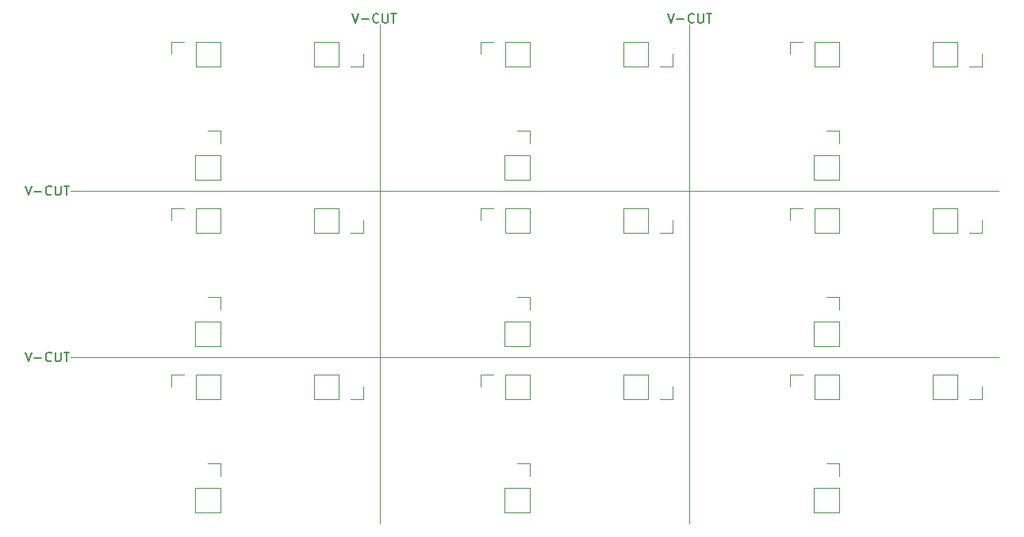
<source format=gbo>
G04 #@! TF.GenerationSoftware,KiCad,Pcbnew,(5.1.6)-1*
G04 #@! TF.CreationDate,2020-06-03T08:19:00+09:00*
G04 #@! TF.ProjectId,XOR___,584f5262-d851-42e6-9b69-6361645f7063,rev?*
G04 #@! TF.SameCoordinates,Original*
G04 #@! TF.FileFunction,Legend,Bot*
G04 #@! TF.FilePolarity,Positive*
%FSLAX46Y46*%
G04 Gerber Fmt 4.6, Leading zero omitted, Abs format (unit mm)*
G04 Created by KiCad (PCBNEW (5.1.6)-1) date 2020-06-03 08:19:00*
%MOMM*%
%LPD*%
G01*
G04 APERTURE LIST*
%ADD10C,0.150000*%
%ADD11C,0.120000*%
G04 APERTURE END LIST*
D10*
X66857857Y-83272380D02*
X67191190Y-84272380D01*
X67524523Y-83272380D01*
X67857857Y-83891428D02*
X68619761Y-83891428D01*
X69667380Y-84177142D02*
X69619761Y-84224761D01*
X69476904Y-84272380D01*
X69381666Y-84272380D01*
X69238809Y-84224761D01*
X69143571Y-84129523D01*
X69095952Y-84034285D01*
X69048333Y-83843809D01*
X69048333Y-83700952D01*
X69095952Y-83510476D01*
X69143571Y-83415238D01*
X69238809Y-83320000D01*
X69381666Y-83272380D01*
X69476904Y-83272380D01*
X69619761Y-83320000D01*
X69667380Y-83367619D01*
X70095952Y-83272380D02*
X70095952Y-84081904D01*
X70143571Y-84177142D01*
X70191190Y-84224761D01*
X70286428Y-84272380D01*
X70476904Y-84272380D01*
X70572142Y-84224761D01*
X70619761Y-84177142D01*
X70667380Y-84081904D01*
X70667380Y-83272380D01*
X71000714Y-83272380D02*
X71572142Y-83272380D01*
X71286428Y-84272380D02*
X71286428Y-83272380D01*
X66857857Y-65492380D02*
X67191190Y-66492380D01*
X67524523Y-65492380D01*
X67857857Y-66111428D02*
X68619761Y-66111428D01*
X69667380Y-66397142D02*
X69619761Y-66444761D01*
X69476904Y-66492380D01*
X69381666Y-66492380D01*
X69238809Y-66444761D01*
X69143571Y-66349523D01*
X69095952Y-66254285D01*
X69048333Y-66063809D01*
X69048333Y-65920952D01*
X69095952Y-65730476D01*
X69143571Y-65635238D01*
X69238809Y-65540000D01*
X69381666Y-65492380D01*
X69476904Y-65492380D01*
X69619761Y-65540000D01*
X69667380Y-65587619D01*
X70095952Y-65492380D02*
X70095952Y-66301904D01*
X70143571Y-66397142D01*
X70191190Y-66444761D01*
X70286428Y-66492380D01*
X70476904Y-66492380D01*
X70572142Y-66444761D01*
X70619761Y-66397142D01*
X70667380Y-66301904D01*
X70667380Y-65492380D01*
X71000714Y-65492380D02*
X71572142Y-65492380D01*
X71286428Y-66492380D02*
X71286428Y-65492380D01*
X135437857Y-47077380D02*
X135771190Y-48077380D01*
X136104523Y-47077380D01*
X136437857Y-47696428D02*
X137199761Y-47696428D01*
X138247380Y-47982142D02*
X138199761Y-48029761D01*
X138056904Y-48077380D01*
X137961666Y-48077380D01*
X137818809Y-48029761D01*
X137723571Y-47934523D01*
X137675952Y-47839285D01*
X137628333Y-47648809D01*
X137628333Y-47505952D01*
X137675952Y-47315476D01*
X137723571Y-47220238D01*
X137818809Y-47125000D01*
X137961666Y-47077380D01*
X138056904Y-47077380D01*
X138199761Y-47125000D01*
X138247380Y-47172619D01*
X138675952Y-47077380D02*
X138675952Y-47886904D01*
X138723571Y-47982142D01*
X138771190Y-48029761D01*
X138866428Y-48077380D01*
X139056904Y-48077380D01*
X139152142Y-48029761D01*
X139199761Y-47982142D01*
X139247380Y-47886904D01*
X139247380Y-47077380D01*
X139580714Y-47077380D02*
X140152142Y-47077380D01*
X139866428Y-48077380D02*
X139866428Y-47077380D01*
X101782857Y-47077380D02*
X102116190Y-48077380D01*
X102449523Y-47077380D01*
X102782857Y-47696428D02*
X103544761Y-47696428D01*
X104592380Y-47982142D02*
X104544761Y-48029761D01*
X104401904Y-48077380D01*
X104306666Y-48077380D01*
X104163809Y-48029761D01*
X104068571Y-47934523D01*
X104020952Y-47839285D01*
X103973333Y-47648809D01*
X103973333Y-47505952D01*
X104020952Y-47315476D01*
X104068571Y-47220238D01*
X104163809Y-47125000D01*
X104306666Y-47077380D01*
X104401904Y-47077380D01*
X104544761Y-47125000D01*
X104592380Y-47172619D01*
X105020952Y-47077380D02*
X105020952Y-47886904D01*
X105068571Y-47982142D01*
X105116190Y-48029761D01*
X105211428Y-48077380D01*
X105401904Y-48077380D01*
X105497142Y-48029761D01*
X105544761Y-47982142D01*
X105592380Y-47886904D01*
X105592380Y-47077380D01*
X105925714Y-47077380D02*
X106497142Y-47077380D01*
X106211428Y-48077380D02*
X106211428Y-47077380D01*
D11*
X170815000Y-83820000D02*
X71755000Y-83820000D01*
X71755000Y-66040000D02*
X170815000Y-66040000D01*
X137795000Y-101600000D02*
X137795000Y-48260000D01*
X104775000Y-48260000D02*
X104775000Y-101600000D01*
X168970000Y-88290000D02*
X168970000Y-86960000D01*
X167640000Y-88290000D02*
X168970000Y-88290000D01*
X166370000Y-88290000D02*
X166370000Y-85630000D01*
X166370000Y-85630000D02*
X163770000Y-85630000D01*
X166370000Y-88290000D02*
X163770000Y-88290000D01*
X163770000Y-88290000D02*
X163770000Y-85630000D01*
X135950000Y-88290000D02*
X135950000Y-86960000D01*
X134620000Y-88290000D02*
X135950000Y-88290000D01*
X133350000Y-88290000D02*
X133350000Y-85630000D01*
X133350000Y-85630000D02*
X130750000Y-85630000D01*
X133350000Y-88290000D02*
X130750000Y-88290000D01*
X130750000Y-88290000D02*
X130750000Y-85630000D01*
X102930000Y-88290000D02*
X102930000Y-86960000D01*
X101600000Y-88290000D02*
X102930000Y-88290000D01*
X100330000Y-88290000D02*
X100330000Y-85630000D01*
X100330000Y-85630000D02*
X97730000Y-85630000D01*
X100330000Y-88290000D02*
X97730000Y-88290000D01*
X97730000Y-88290000D02*
X97730000Y-85630000D01*
X168970000Y-70510000D02*
X168970000Y-69180000D01*
X167640000Y-70510000D02*
X168970000Y-70510000D01*
X166370000Y-70510000D02*
X166370000Y-67850000D01*
X166370000Y-67850000D02*
X163770000Y-67850000D01*
X166370000Y-70510000D02*
X163770000Y-70510000D01*
X163770000Y-70510000D02*
X163770000Y-67850000D01*
X135950000Y-70510000D02*
X135950000Y-69180000D01*
X134620000Y-70510000D02*
X135950000Y-70510000D01*
X133350000Y-70510000D02*
X133350000Y-67850000D01*
X133350000Y-67850000D02*
X130750000Y-67850000D01*
X133350000Y-70510000D02*
X130750000Y-70510000D01*
X130750000Y-70510000D02*
X130750000Y-67850000D01*
X102930000Y-70510000D02*
X102930000Y-69180000D01*
X101600000Y-70510000D02*
X102930000Y-70510000D01*
X100330000Y-70510000D02*
X100330000Y-67850000D01*
X100330000Y-67850000D02*
X97730000Y-67850000D01*
X100330000Y-70510000D02*
X97730000Y-70510000D01*
X97730000Y-70510000D02*
X97730000Y-67850000D01*
X168970000Y-52730000D02*
X168970000Y-51400000D01*
X167640000Y-52730000D02*
X168970000Y-52730000D01*
X166370000Y-52730000D02*
X166370000Y-50070000D01*
X166370000Y-50070000D02*
X163770000Y-50070000D01*
X166370000Y-52730000D02*
X163770000Y-52730000D01*
X163770000Y-52730000D02*
X163770000Y-50070000D01*
X135950000Y-52730000D02*
X135950000Y-51400000D01*
X134620000Y-52730000D02*
X135950000Y-52730000D01*
X133350000Y-52730000D02*
X133350000Y-50070000D01*
X133350000Y-50070000D02*
X130750000Y-50070000D01*
X133350000Y-52730000D02*
X130750000Y-52730000D01*
X130750000Y-52730000D02*
X130750000Y-50070000D01*
X153730000Y-100390000D02*
X151070000Y-100390000D01*
X153730000Y-97790000D02*
X153730000Y-100390000D01*
X151070000Y-97790000D02*
X151070000Y-100390000D01*
X153730000Y-97790000D02*
X151070000Y-97790000D01*
X153730000Y-96520000D02*
X153730000Y-95190000D01*
X153730000Y-95190000D02*
X152400000Y-95190000D01*
X120710000Y-100390000D02*
X118050000Y-100390000D01*
X120710000Y-97790000D02*
X120710000Y-100390000D01*
X118050000Y-97790000D02*
X118050000Y-100390000D01*
X120710000Y-97790000D02*
X118050000Y-97790000D01*
X120710000Y-96520000D02*
X120710000Y-95190000D01*
X120710000Y-95190000D02*
X119380000Y-95190000D01*
X87690000Y-100390000D02*
X85030000Y-100390000D01*
X87690000Y-97790000D02*
X87690000Y-100390000D01*
X85030000Y-97790000D02*
X85030000Y-100390000D01*
X87690000Y-97790000D02*
X85030000Y-97790000D01*
X87690000Y-96520000D02*
X87690000Y-95190000D01*
X87690000Y-95190000D02*
X86360000Y-95190000D01*
X153730000Y-82610000D02*
X151070000Y-82610000D01*
X153730000Y-80010000D02*
X153730000Y-82610000D01*
X151070000Y-80010000D02*
X151070000Y-82610000D01*
X153730000Y-80010000D02*
X151070000Y-80010000D01*
X153730000Y-78740000D02*
X153730000Y-77410000D01*
X153730000Y-77410000D02*
X152400000Y-77410000D01*
X120710000Y-82610000D02*
X118050000Y-82610000D01*
X120710000Y-80010000D02*
X120710000Y-82610000D01*
X118050000Y-80010000D02*
X118050000Y-82610000D01*
X120710000Y-80010000D02*
X118050000Y-80010000D01*
X120710000Y-78740000D02*
X120710000Y-77410000D01*
X120710000Y-77410000D02*
X119380000Y-77410000D01*
X87690000Y-82610000D02*
X85030000Y-82610000D01*
X87690000Y-80010000D02*
X87690000Y-82610000D01*
X85030000Y-80010000D02*
X85030000Y-82610000D01*
X87690000Y-80010000D02*
X85030000Y-80010000D01*
X87690000Y-78740000D02*
X87690000Y-77410000D01*
X87690000Y-77410000D02*
X86360000Y-77410000D01*
X153730000Y-64830000D02*
X151070000Y-64830000D01*
X153730000Y-62230000D02*
X153730000Y-64830000D01*
X151070000Y-62230000D02*
X151070000Y-64830000D01*
X153730000Y-62230000D02*
X151070000Y-62230000D01*
X153730000Y-60960000D02*
X153730000Y-59630000D01*
X153730000Y-59630000D02*
X152400000Y-59630000D01*
X120710000Y-64830000D02*
X118050000Y-64830000D01*
X120710000Y-62230000D02*
X120710000Y-64830000D01*
X118050000Y-62230000D02*
X118050000Y-64830000D01*
X120710000Y-62230000D02*
X118050000Y-62230000D01*
X120710000Y-60960000D02*
X120710000Y-59630000D01*
X120710000Y-59630000D02*
X119380000Y-59630000D01*
X153730000Y-85630000D02*
X153730000Y-88290000D01*
X151130000Y-85630000D02*
X153730000Y-85630000D01*
X151130000Y-88290000D02*
X153730000Y-88290000D01*
X151130000Y-85630000D02*
X151130000Y-88290000D01*
X149860000Y-85630000D02*
X148530000Y-85630000D01*
X148530000Y-85630000D02*
X148530000Y-86960000D01*
X120710000Y-85630000D02*
X120710000Y-88290000D01*
X118110000Y-85630000D02*
X120710000Y-85630000D01*
X118110000Y-88290000D02*
X120710000Y-88290000D01*
X118110000Y-85630000D02*
X118110000Y-88290000D01*
X116840000Y-85630000D02*
X115510000Y-85630000D01*
X115510000Y-85630000D02*
X115510000Y-86960000D01*
X87690000Y-85630000D02*
X87690000Y-88290000D01*
X85090000Y-85630000D02*
X87690000Y-85630000D01*
X85090000Y-88290000D02*
X87690000Y-88290000D01*
X85090000Y-85630000D02*
X85090000Y-88290000D01*
X83820000Y-85630000D02*
X82490000Y-85630000D01*
X82490000Y-85630000D02*
X82490000Y-86960000D01*
X153730000Y-67850000D02*
X153730000Y-70510000D01*
X151130000Y-67850000D02*
X153730000Y-67850000D01*
X151130000Y-70510000D02*
X153730000Y-70510000D01*
X151130000Y-67850000D02*
X151130000Y-70510000D01*
X149860000Y-67850000D02*
X148530000Y-67850000D01*
X148530000Y-67850000D02*
X148530000Y-69180000D01*
X120710000Y-67850000D02*
X120710000Y-70510000D01*
X118110000Y-67850000D02*
X120710000Y-67850000D01*
X118110000Y-70510000D02*
X120710000Y-70510000D01*
X118110000Y-67850000D02*
X118110000Y-70510000D01*
X116840000Y-67850000D02*
X115510000Y-67850000D01*
X115510000Y-67850000D02*
X115510000Y-69180000D01*
X87690000Y-67850000D02*
X87690000Y-70510000D01*
X85090000Y-67850000D02*
X87690000Y-67850000D01*
X85090000Y-70510000D02*
X87690000Y-70510000D01*
X85090000Y-67850000D02*
X85090000Y-70510000D01*
X83820000Y-67850000D02*
X82490000Y-67850000D01*
X82490000Y-67850000D02*
X82490000Y-69180000D01*
X153730000Y-50070000D02*
X153730000Y-52730000D01*
X151130000Y-50070000D02*
X153730000Y-50070000D01*
X151130000Y-52730000D02*
X153730000Y-52730000D01*
X151130000Y-50070000D02*
X151130000Y-52730000D01*
X149860000Y-50070000D02*
X148530000Y-50070000D01*
X148530000Y-50070000D02*
X148530000Y-51400000D01*
X120710000Y-50070000D02*
X120710000Y-52730000D01*
X118110000Y-50070000D02*
X120710000Y-50070000D01*
X118110000Y-52730000D02*
X120710000Y-52730000D01*
X118110000Y-50070000D02*
X118110000Y-52730000D01*
X116840000Y-50070000D02*
X115510000Y-50070000D01*
X115510000Y-50070000D02*
X115510000Y-51400000D01*
X82490000Y-50070000D02*
X82490000Y-51400000D01*
X83820000Y-50070000D02*
X82490000Y-50070000D01*
X85090000Y-50070000D02*
X85090000Y-52730000D01*
X85090000Y-52730000D02*
X87690000Y-52730000D01*
X85090000Y-50070000D02*
X87690000Y-50070000D01*
X87690000Y-50070000D02*
X87690000Y-52730000D01*
X87690000Y-59630000D02*
X86360000Y-59630000D01*
X87690000Y-60960000D02*
X87690000Y-59630000D01*
X87690000Y-62230000D02*
X85030000Y-62230000D01*
X85030000Y-62230000D02*
X85030000Y-64830000D01*
X87690000Y-62230000D02*
X87690000Y-64830000D01*
X87690000Y-64830000D02*
X85030000Y-64830000D01*
X97730000Y-52730000D02*
X97730000Y-50070000D01*
X100330000Y-52730000D02*
X97730000Y-52730000D01*
X100330000Y-50070000D02*
X97730000Y-50070000D01*
X100330000Y-52730000D02*
X100330000Y-50070000D01*
X101600000Y-52730000D02*
X102930000Y-52730000D01*
X102930000Y-52730000D02*
X102930000Y-51400000D01*
M02*

</source>
